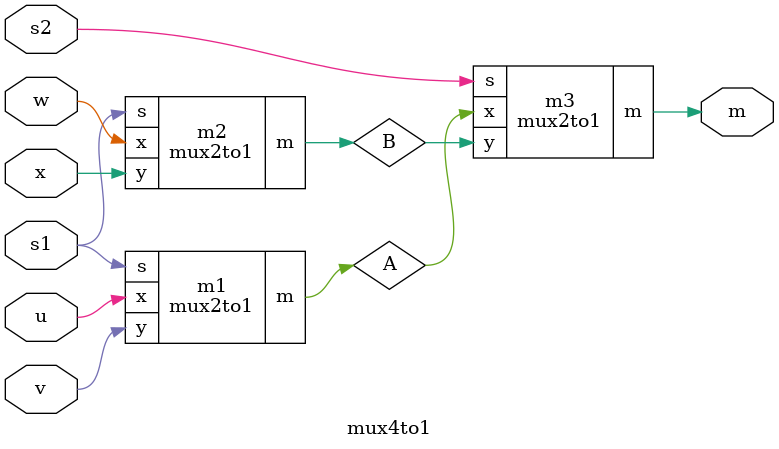
<source format=v>


module mux(LEDR, SW);
    input [9:0] SW;
    output [9:0] LEDR;

    mux4to1 u0(
        .u(SW[0]),
        .v(SW[1]),
		    .w(SW[2]),
        .x(SW[3]),
		    .s1(SW[8]),
        .s2(SW[9]),
        .m(LEDR[0])
        );
endmodule

module mux2to1(x, y, s, m);
    input x; //selected when s is 0
    input y; //selected when s is 1
    input s; //select signal
    output m; //output

    assign m = s & y | ~s & x;
    // OR
    // assign m = s ? y : x;

endmodule


module mux4to1(u,v,w,x,s1,s2,m);
    input u; //selected when s1 is 0 and s2 is 0
    input v; //selected when s1 is 0 and s2 is 1
	 input w; //selected when s1 is 1 and s2 is 0
    input x; //selected when s1 is 1 and s2 is 1
    input s1; //select signal # 1
	 input s2; //select signal # 2
	 wire A;
	 wire B;
	 output m; //output

	 mux2to1 m1(
	    .x(u),
			.y(v),
			.s(s1),
			.m(A)
	 );
	 mux2to1 m2(
	    .x(w),
			.y(x),
			.s(s1),
			.m(B)
	 );
	 mux2to1 m3(
	    .x(A),
			.y(B),
			.s(s2),
			.m(m)
	 );
endmodule

</source>
